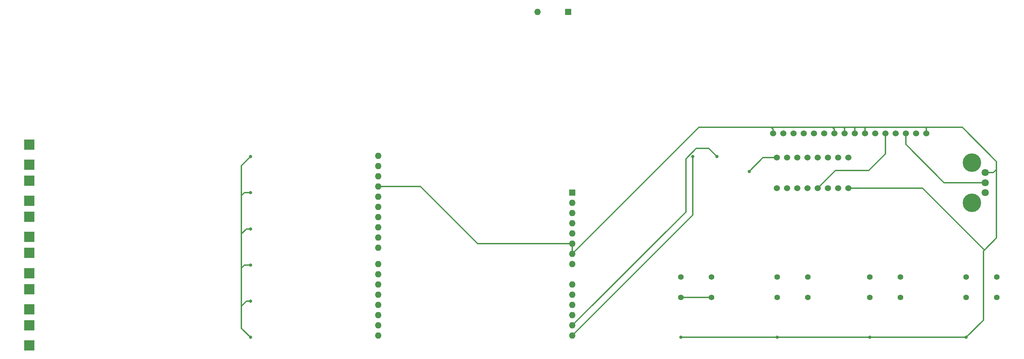
<source format=gbr>
%TF.GenerationSoftware,KiCad,Pcbnew,(5.1.8)-1*%
%TF.CreationDate,2021-04-22T01:43:49+03:00*%
%TF.ProjectId,guitar_second,67756974-6172-45f7-9365-636f6e642e6b,rev?*%
%TF.SameCoordinates,Original*%
%TF.FileFunction,Copper,L2,Bot*%
%TF.FilePolarity,Positive*%
%FSLAX46Y46*%
G04 Gerber Fmt 4.6, Leading zero omitted, Abs format (unit mm)*
G04 Created by KiCad (PCBNEW (5.1.8)-1) date 2021-04-22 01:43:49*
%MOMM*%
%LPD*%
G01*
G04 APERTURE LIST*
%TA.AperFunction,ComponentPad*%
%ADD10C,1.524000*%
%TD*%
%TA.AperFunction,SMDPad,CuDef*%
%ADD11R,2.500000X2.500000*%
%TD*%
%TA.AperFunction,ComponentPad*%
%ADD12O,1.600000X1.600000*%
%TD*%
%TA.AperFunction,ComponentPad*%
%ADD13R,1.600000X1.600000*%
%TD*%
%TA.AperFunction,ComponentPad*%
%ADD14C,1.800000*%
%TD*%
%TA.AperFunction,ComponentPad*%
%ADD15C,4.600000*%
%TD*%
%TA.AperFunction,ComponentPad*%
%ADD16C,1.397000*%
%TD*%
%TA.AperFunction,ViaPad*%
%ADD17C,0.800000*%
%TD*%
%TA.AperFunction,Conductor*%
%ADD18C,0.350000*%
%TD*%
G04 APERTURE END LIST*
D10*
%TO.P,U1,16*%
%TO.N,+5V*%
X218130000Y-106040000D03*
%TO.P,U1,15*%
%TO.N,/SDA*%
X220670000Y-106040000D03*
%TO.P,U1,14*%
%TO.N,/SCL*%
X223210000Y-106040000D03*
%TO.P,U1,13*%
%TO.N,N/C*%
X225750000Y-106040000D03*
%TO.P,U1,12*%
%TO.N,/LCD_D7*%
X228290000Y-106040000D03*
%TO.P,U1,11*%
%TO.N,/LCD_D6*%
X230830000Y-106040000D03*
%TO.P,U1,10*%
%TO.N,/LCD_D5*%
X233370000Y-106040000D03*
%TO.P,U1,9*%
%TO.N,/LCD_D4*%
X235910000Y-106040000D03*
%TO.P,U1,1*%
%TO.N,Net-(R3-Pad1)*%
X218130000Y-113660000D03*
%TO.P,U1,2*%
%TO.N,Net-(R4-Pad1)*%
X220670000Y-113660000D03*
%TO.P,U1,3*%
%TO.N,Net-(R5-Pad1)*%
X223210000Y-113660000D03*
%TO.P,U1,4*%
%TO.N,/LCD_RS*%
X225750000Y-113660000D03*
%TO.P,U1,5*%
%TO.N,/LCD_RW*%
X228290000Y-113660000D03*
%TO.P,U1,6*%
%TO.N,/LCD_E*%
X230830000Y-113660000D03*
%TO.P,U1,7*%
%TO.N,N/C*%
X233370000Y-113660000D03*
%TO.P,U1,8*%
%TO.N,GND*%
X235910000Y-113660000D03*
%TD*%
%TO.P,LCD1,2*%
%TO.N,+5V*%
X252760000Y-99990000D03*
%TO.P,LCD1,3*%
%TO.N,Net-(LCD1-Pad3)*%
X250220000Y-99990000D03*
%TO.P,LCD1,4*%
%TO.N,/LCD_RS*%
X247680000Y-99990000D03*
%TO.P,LCD1,5*%
%TO.N,/LCD_RW*%
X245140000Y-99990000D03*
%TO.P,LCD1,6*%
%TO.N,/LCD_E*%
X242600000Y-99990000D03*
%TO.P,LCD1,7*%
%TO.N,GND*%
X240060000Y-99990000D03*
%TO.P,LCD1,8*%
X237520000Y-99990000D03*
%TO.P,LCD1,9*%
X234980000Y-99990000D03*
%TO.P,LCD1,10*%
X232440000Y-99990000D03*
%TO.P,LCD1,11*%
%TO.N,/LCD_D4*%
X229900000Y-99990000D03*
%TO.P,LCD1,12*%
%TO.N,/LCD_D5*%
X227360000Y-99990000D03*
%TO.P,LCD1,13*%
%TO.N,/LCD_D6*%
X224820000Y-99990000D03*
%TO.P,LCD1,14*%
%TO.N,/LCD_D7*%
X222280000Y-99990000D03*
%TO.P,LCD1,15*%
%TO.N,Net-(LCD1-Pad15)*%
X219740000Y-99990000D03*
%TO.P,LCD1,16*%
%TO.N,GND*%
X217200000Y-99990000D03*
%TO.P,LCD1,1*%
X255300000Y-99990000D03*
%TD*%
D11*
%TO.P,REF\u002A\u002A,1*%
%TO.N,N/C*%
X32250000Y-102750000D03*
%TD*%
%TO.P,REF\u002A\u002A,1*%
%TO.N,N/C*%
X32250000Y-107750000D03*
%TD*%
%TO.P,REF\u002A\u002A,1*%
%TO.N,N/C*%
X32250000Y-111750000D03*
%TD*%
%TO.P,REF\u002A\u002A,1*%
%TO.N,N/C*%
X32250000Y-116750000D03*
%TD*%
%TO.P,REF\u002A\u002A,1*%
%TO.N,N/C*%
X32250000Y-120750000D03*
%TD*%
%TO.P,REF\u002A\u002A,1*%
%TO.N,N/C*%
X32250000Y-125750000D03*
%TD*%
%TO.P,REF\u002A\u002A,1*%
%TO.N,N/C*%
X32250000Y-129750000D03*
%TD*%
%TO.P,REF\u002A\u002A,1*%
%TO.N,N/C*%
X32250000Y-134750000D03*
%TD*%
%TO.P,REF\u002A\u002A,1*%
%TO.N,N/C*%
X32250000Y-138750000D03*
%TD*%
%TO.P,REF\u002A\u002A,1*%
%TO.N,N/C*%
X32250000Y-143750000D03*
%TD*%
%TO.P,REF\u002A\u002A,1*%
%TO.N,N/C*%
X32250000Y-147750000D03*
%TD*%
%TO.P,REF\u002A\u002A,1*%
%TO.N,N/C*%
X32250000Y-152750000D03*
%TD*%
D12*
%TO.P,A1,32*%
%TO.N,N/C*%
X118990000Y-105610000D03*
%TO.P,A1,31*%
X118990000Y-108150000D03*
D13*
%TO.P,A1,1*%
X167250000Y-114750000D03*
D12*
%TO.P,A1,17*%
%TO.N,Net-(A1-Pad17)*%
X118990000Y-145230000D03*
%TO.P,A1,2*%
%TO.N,N/C*%
X167250000Y-117290000D03*
%TO.P,A1,18*%
%TO.N,Net-(A1-Pad18)*%
X118990000Y-142690000D03*
%TO.P,A1,3*%
%TO.N,N/C*%
X167250000Y-119830000D03*
%TO.P,A1,19*%
%TO.N,Net-(A1-Pad19)*%
X118990000Y-140150000D03*
%TO.P,A1,4*%
%TO.N,N/C*%
X167250000Y-122370000D03*
%TO.P,A1,20*%
%TO.N,Net-(A1-Pad20)*%
X118990000Y-137610000D03*
%TO.P,A1,5*%
%TO.N,+5V*%
X167250000Y-124910000D03*
%TO.P,A1,21*%
%TO.N,Net-(A1-Pad21)*%
X118990000Y-135070000D03*
%TO.P,A1,6*%
%TO.N,GND*%
X167250000Y-127450000D03*
%TO.P,A1,22*%
%TO.N,Net-(A1-Pad22)*%
X118990000Y-132530000D03*
%TO.P,A1,7*%
%TO.N,GND*%
X167250000Y-129990000D03*
%TO.P,A1,23*%
%TO.N,Net-(A1-Pad23)*%
X118990000Y-128470000D03*
%TO.P,A1,8*%
%TO.N,Net-(A1-Pad8)*%
X167250000Y-132530000D03*
%TO.P,A1,24*%
%TO.N,Net-(A1-Pad24)*%
X118990000Y-125930000D03*
%TO.P,A1,9*%
%TO.N,/A0*%
X167250000Y-137610000D03*
%TO.P,A1,25*%
%TO.N,Net-(A1-Pad25)*%
X118990000Y-123390000D03*
%TO.P,A1,10*%
%TO.N,/A1*%
X167250000Y-140150000D03*
%TO.P,A1,26*%
%TO.N,Net-(A1-Pad26)*%
X118990000Y-120850000D03*
%TO.P,A1,11*%
%TO.N,/A2*%
X167250000Y-142690000D03*
%TO.P,A1,27*%
%TO.N,Net-(A1-Pad27)*%
X118990000Y-118310000D03*
%TO.P,A1,12*%
%TO.N,/A3*%
X167250000Y-145230000D03*
%TO.P,A1,28*%
%TO.N,Net-(A1-Pad28)*%
X118990000Y-115770000D03*
%TO.P,A1,13*%
%TO.N,/SDA*%
X167250000Y-147770000D03*
%TO.P,A1,29*%
%TO.N,GND*%
X118990000Y-113230000D03*
%TO.P,A1,14*%
%TO.N,/SCL*%
X167250000Y-150310000D03*
%TO.P,A1,30*%
%TO.N,N/C*%
X118990000Y-110690000D03*
%TO.P,A1,15*%
X118990000Y-150310000D03*
%TO.P,A1,16*%
X118990000Y-147770000D03*
%TD*%
D14*
%TO.P,RV1,3*%
%TO.N,GND*%
X270000000Y-109750000D03*
%TO.P,RV1,2*%
%TO.N,Net-(LCD1-Pad3)*%
X270000000Y-112250000D03*
%TO.P,RV1,1*%
%TO.N,+5V*%
X270000000Y-114750000D03*
D15*
%TO.P,RV1,*%
%TO.N,*%
X266700000Y-107250000D03*
X266700000Y-117250000D03*
%TD*%
D13*
%TO.P,SW1,1*%
%TO.N,Net-(A1-Pad8)*%
X166250000Y-69750000D03*
D12*
%TO.P,SW1,2*%
%TO.N,Net-(BT1-Pad1)*%
X158630000Y-69750000D03*
%TD*%
D16*
%TO.P,SW2,1*%
%TO.N,+5V*%
X201870000Y-135750000D03*
%TO.P,SW2,2*%
%TO.N,/A0*%
X201870000Y-140830000D03*
%TO.P,SW2,1*%
%TO.N,+5V*%
X194250000Y-135750000D03*
%TO.P,SW2,2*%
%TO.N,/A0*%
X194250000Y-140830000D03*
%TD*%
%TO.P,SW3,2*%
%TO.N,/A1*%
X218250000Y-140830000D03*
%TO.P,SW3,1*%
%TO.N,+5V*%
X218250000Y-135750000D03*
%TO.P,SW3,2*%
%TO.N,/A1*%
X225870000Y-140830000D03*
%TO.P,SW3,1*%
%TO.N,+5V*%
X225870000Y-135750000D03*
%TD*%
%TO.P,SW4,2*%
%TO.N,/A2*%
X241250000Y-140830000D03*
%TO.P,SW4,1*%
%TO.N,+5V*%
X241250000Y-135750000D03*
%TO.P,SW4,2*%
%TO.N,/A2*%
X248870000Y-140830000D03*
%TO.P,SW4,1*%
%TO.N,+5V*%
X248870000Y-135750000D03*
%TD*%
%TO.P,SW5,1*%
%TO.N,+5V*%
X272870000Y-135750000D03*
%TO.P,SW5,2*%
%TO.N,/A3*%
X272870000Y-140830000D03*
%TO.P,SW5,1*%
%TO.N,+5V*%
X265250000Y-135750000D03*
%TO.P,SW5,2*%
%TO.N,/A3*%
X265250000Y-140830000D03*
%TD*%
D17*
%TO.N,+5V*%
X211250000Y-109500000D03*
%TO.N,GND*%
X265250000Y-150750000D03*
X241250000Y-150750000D03*
X194250000Y-150750000D03*
X218250000Y-150750000D03*
%TO.N,/SDA*%
X203250000Y-105750000D03*
%TO.N,/SCL*%
X197250000Y-105750000D03*
%TO.N,/P12*%
X87250000Y-105750000D03*
X87250000Y-114750000D03*
X87250000Y-123750000D03*
X87250000Y-132750000D03*
X87250000Y-141750000D03*
X87250000Y-150750000D03*
%TD*%
D18*
%TO.N,+5V*%
X214710000Y-106040000D02*
X211250000Y-109500000D01*
X218130000Y-106040000D02*
X214710000Y-106040000D01*
%TO.N,GND*%
X118990000Y-113230000D02*
X129480000Y-113230000D01*
X143700000Y-127450000D02*
X167250000Y-127450000D01*
X129480000Y-113230000D02*
X143700000Y-127450000D01*
X194250000Y-150750000D02*
X218250000Y-150750000D01*
X218250000Y-150750000D02*
X241250000Y-150750000D01*
X241250000Y-150750000D02*
X265250000Y-150750000D01*
X167250000Y-129990000D02*
X198740000Y-98500000D01*
X264250000Y-98500000D02*
X272750000Y-107000000D01*
X269500000Y-146500000D02*
X265250000Y-150750000D01*
X269500000Y-129250000D02*
X269500000Y-146500000D01*
X272000000Y-109750000D02*
X272750000Y-109000000D01*
X270000000Y-109750000D02*
X272000000Y-109750000D01*
X272750000Y-109000000D02*
X272750000Y-126000000D01*
X272750000Y-107000000D02*
X272750000Y-109000000D01*
X217200000Y-98950000D02*
X216750000Y-98500000D01*
X217200000Y-99990000D02*
X217200000Y-98950000D01*
X255300000Y-98550000D02*
X255250000Y-98500000D01*
X255300000Y-99990000D02*
X255300000Y-98550000D01*
X255250000Y-98500000D02*
X264250000Y-98500000D01*
X240060000Y-98560000D02*
X240000000Y-98500000D01*
X240060000Y-99990000D02*
X240060000Y-98560000D01*
X240000000Y-98500000D02*
X255250000Y-98500000D01*
X237520000Y-98520000D02*
X237500000Y-98500000D01*
X237520000Y-99990000D02*
X237520000Y-98520000D01*
X237500000Y-98500000D02*
X240000000Y-98500000D01*
X234980000Y-98730000D02*
X234750000Y-98500000D01*
X234980000Y-99990000D02*
X234980000Y-98730000D01*
X234750000Y-98500000D02*
X237500000Y-98500000D01*
X232440000Y-98940000D02*
X232000000Y-98500000D01*
X232440000Y-99990000D02*
X232440000Y-98940000D01*
X232000000Y-98500000D02*
X234750000Y-98500000D01*
X216750000Y-98500000D02*
X232000000Y-98500000D01*
X209250000Y-98500000D02*
X216750000Y-98500000D01*
X198740000Y-98500000D02*
X209250000Y-98500000D01*
X167250000Y-129990000D02*
X167250000Y-127450000D01*
X254410000Y-113660000D02*
X269750000Y-129000000D01*
X235910000Y-113660000D02*
X254410000Y-113660000D01*
X269750000Y-129000000D02*
X269500000Y-129250000D01*
X272750000Y-126000000D02*
X269750000Y-129000000D01*
%TO.N,/A0*%
X201870000Y-140830000D02*
X194250000Y-140830000D01*
%TO.N,/SDA*%
X167250000Y-147770000D02*
X195500000Y-119520000D01*
X195500000Y-106352998D02*
X198102998Y-103750000D01*
X195500000Y-119520000D02*
X195500000Y-106352998D01*
X201250000Y-103750000D02*
X203250000Y-105750000D01*
X198102998Y-103750000D02*
X201250000Y-103750000D01*
%TO.N,/SCL*%
X197250000Y-120310000D02*
X197250000Y-105750000D01*
X167250000Y-150310000D02*
X197250000Y-120310000D01*
%TO.N,/P12*%
X87250000Y-105750000D02*
X85000000Y-108000000D01*
X85000000Y-148500000D02*
X87250000Y-150750000D01*
X87250000Y-114750000D02*
X85750000Y-114750000D01*
X85750000Y-114750000D02*
X85000000Y-115500000D01*
X85000000Y-108000000D02*
X85000000Y-115500000D01*
X86250000Y-123750000D02*
X85000000Y-125000000D01*
X87250000Y-123750000D02*
X86250000Y-123750000D01*
X85000000Y-115500000D02*
X85000000Y-125000000D01*
X85750000Y-132750000D02*
X85000000Y-133500000D01*
X87250000Y-132750000D02*
X85750000Y-132750000D01*
X85000000Y-125000000D02*
X85000000Y-133500000D01*
X87250000Y-141750000D02*
X86250000Y-141750000D01*
X85000000Y-143000000D02*
X85000000Y-148500000D01*
X86250000Y-141750000D02*
X85000000Y-143000000D01*
X85000000Y-133500000D02*
X85000000Y-143000000D01*
%TO.N,Net-(LCD1-Pad3)*%
X250220000Y-99990000D02*
X250220000Y-102720000D01*
X259750000Y-112250000D02*
X270000000Y-112250000D01*
X250220000Y-102720000D02*
X259750000Y-112250000D01*
%TO.N,/LCD_RW*%
X228290000Y-113660000D02*
X232700000Y-109250000D01*
X232700000Y-109250000D02*
X241000000Y-109250000D01*
X245140000Y-105110000D02*
X245140000Y-99990000D01*
X241000000Y-109250000D02*
X245140000Y-105110000D01*
%TD*%
M02*

</source>
